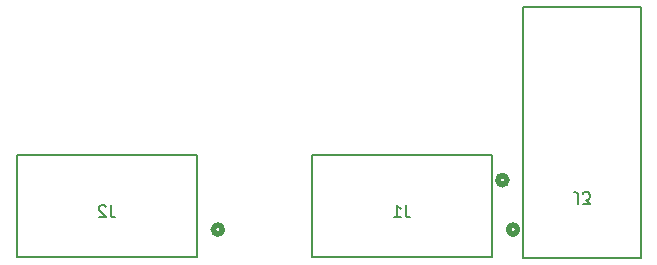
<source format=gbr>
%TF.GenerationSoftware,KiCad,Pcbnew,9.0.3*%
%TF.CreationDate,2025-10-12T18:36:48-05:00*%
%TF.ProjectId,MPPT-IOBreakoutPCB,4d505054-2d49-44f4-9272-65616b6f7574,rev?*%
%TF.SameCoordinates,Original*%
%TF.FileFunction,Legend,Bot*%
%TF.FilePolarity,Positive*%
%FSLAX46Y46*%
G04 Gerber Fmt 4.6, Leading zero omitted, Abs format (unit mm)*
G04 Created by KiCad (PCBNEW 9.0.3) date 2025-10-12 18:36:48*
%MOMM*%
%LPD*%
G01*
G04 APERTURE LIST*
%ADD10C,0.150000*%
%ADD11C,0.152400*%
%ADD12C,0.508000*%
%ADD13C,3.200000*%
%ADD14C,1.574800*%
G04 APERTURE END LIST*
D10*
X136173334Y-90634818D02*
X136173334Y-91349103D01*
X136173334Y-91349103D02*
X136220953Y-91491960D01*
X136220953Y-91491960D02*
X136316191Y-91587199D01*
X136316191Y-91587199D02*
X136459048Y-91634818D01*
X136459048Y-91634818D02*
X136554286Y-91634818D01*
X135173334Y-91634818D02*
X135744762Y-91634818D01*
X135459048Y-91634818D02*
X135459048Y-90634818D01*
X135459048Y-90634818D02*
X135554286Y-90777675D01*
X135554286Y-90777675D02*
X135649524Y-90872913D01*
X135649524Y-90872913D02*
X135744762Y-90920532D01*
X111183332Y-90634818D02*
X111183332Y-91349103D01*
X111183332Y-91349103D02*
X111230951Y-91491960D01*
X111230951Y-91491960D02*
X111326189Y-91587199D01*
X111326189Y-91587199D02*
X111469046Y-91634818D01*
X111469046Y-91634818D02*
X111564284Y-91634818D01*
X110754760Y-90730056D02*
X110707141Y-90682437D01*
X110707141Y-90682437D02*
X110611903Y-90634818D01*
X110611903Y-90634818D02*
X110373808Y-90634818D01*
X110373808Y-90634818D02*
X110278570Y-90682437D01*
X110278570Y-90682437D02*
X110230951Y-90730056D01*
X110230951Y-90730056D02*
X110183332Y-90825294D01*
X110183332Y-90825294D02*
X110183332Y-90920532D01*
X110183332Y-90920532D02*
X110230951Y-91063389D01*
X110230951Y-91063389D02*
X110802379Y-91634818D01*
X110802379Y-91634818D02*
X110183332Y-91634818D01*
X150771566Y-90535181D02*
X150771566Y-89820896D01*
X150771566Y-89820896D02*
X150723947Y-89678039D01*
X150723947Y-89678039D02*
X150628709Y-89582801D01*
X150628709Y-89582801D02*
X150485852Y-89535181D01*
X150485852Y-89535181D02*
X150390614Y-89535181D01*
X151152519Y-90535181D02*
X151771566Y-90535181D01*
X151771566Y-90535181D02*
X151438233Y-90154229D01*
X151438233Y-90154229D02*
X151581090Y-90154229D01*
X151581090Y-90154229D02*
X151676328Y-90106610D01*
X151676328Y-90106610D02*
X151723947Y-90058991D01*
X151723947Y-90058991D02*
X151771566Y-89963753D01*
X151771566Y-89963753D02*
X151771566Y-89725658D01*
X151771566Y-89725658D02*
X151723947Y-89630420D01*
X151723947Y-89630420D02*
X151676328Y-89582801D01*
X151676328Y-89582801D02*
X151581090Y-89535181D01*
X151581090Y-89535181D02*
X151295376Y-89535181D01*
X151295376Y-89535181D02*
X151200138Y-89582801D01*
X151200138Y-89582801D02*
X151152519Y-89630420D01*
D11*
%TO.C,J1*%
X128207301Y-86372999D02*
X143472701Y-86372999D01*
X128207301Y-95034399D02*
X128207301Y-86372999D01*
X143472701Y-86372999D02*
X143472701Y-95034399D01*
X143472701Y-95034399D02*
X128207301Y-95034399D01*
D12*
X145631701Y-92679999D02*
G75*
G02*
X144869701Y-92679999I-381000J0D01*
G01*
X144869701Y-92679999D02*
G75*
G02*
X145631701Y-92679999I381000J0D01*
G01*
D11*
%TO.C,J2*%
X103217299Y-86372999D02*
X118482699Y-86372999D01*
X103217299Y-95034399D02*
X103217299Y-86372999D01*
X118482699Y-86372999D02*
X118482699Y-95034399D01*
X118482699Y-95034399D02*
X103217299Y-95034399D01*
D12*
X120641699Y-92679999D02*
G75*
G02*
X119879699Y-92679999I-381000J0D01*
G01*
X119879699Y-92679999D02*
G75*
G02*
X120641699Y-92679999I381000J0D01*
G01*
D11*
%TO.C,J3*%
X146126500Y-73807201D02*
X156083300Y-73807201D01*
X146126500Y-95067001D02*
X146126500Y-73807201D01*
X156083300Y-73807201D02*
X156083300Y-95067001D01*
X156083300Y-95067001D02*
X146126500Y-95067001D01*
D12*
X144729500Y-88490001D02*
G75*
G02*
X143967500Y-88490001I-381000J0D01*
G01*
X143967500Y-88490001D02*
G75*
G02*
X144729500Y-88490001I381000J0D01*
G01*
%TD*%
%LPC*%
D13*
%TO.C,REF\u002A\u002A*%
X123500000Y-87700000D03*
%TD*%
D14*
%TO.C,J1*%
X138840000Y-92679999D03*
X135840001Y-92679999D03*
X132840002Y-92679999D03*
X138840000Y-89680000D03*
X135840001Y-89680000D03*
X132840002Y-89680000D03*
%TD*%
%TO.C,J2*%
X113849998Y-92679999D03*
X110849999Y-92679999D03*
X107850000Y-92679999D03*
X113849998Y-89680000D03*
X110849999Y-89680000D03*
X107850000Y-89680000D03*
%TD*%
%TO.C,J3*%
X148104901Y-88490001D03*
X151104900Y-88490001D03*
X154104899Y-88490001D03*
X148104901Y-91490000D03*
X151104900Y-91490000D03*
X154104899Y-91490000D03*
%TD*%
%LPD*%
M02*

</source>
